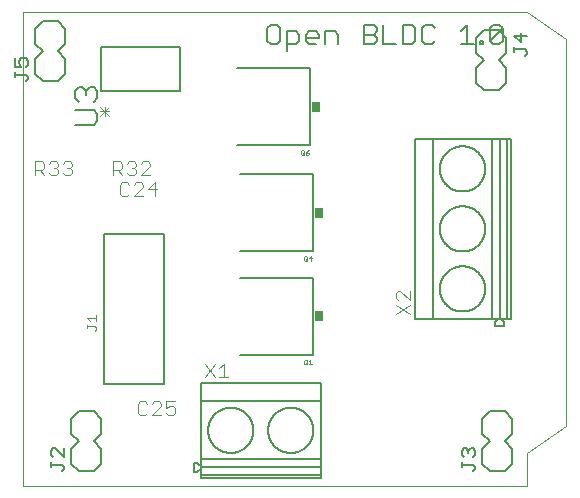
<source format=gto>
G75*
%MOIN*%
%OFA0B0*%
%FSLAX25Y25*%
%IPPOS*%
%LPD*%
%AMOC8*
5,1,8,0,0,1.08239X$1,22.5*
%
%ADD10C,0.00000*%
%ADD11C,0.00600*%
%ADD12C,0.00800*%
%ADD13C,0.00100*%
%ADD14R,0.03000X0.03400*%
%ADD15C,0.00400*%
%ADD16C,0.00300*%
%ADD17C,0.00500*%
D10*
X0005867Y0006387D02*
X0005867Y0164387D01*
X0173867Y0164387D01*
X0186867Y0155387D01*
X0186867Y0026387D01*
X0173867Y0017387D01*
X0173867Y0006387D01*
X0005867Y0006387D01*
D11*
X0031667Y0138087D02*
X0058067Y0138087D01*
X0058067Y0152687D01*
X0031667Y0152687D01*
X0031667Y0138087D01*
X0087167Y0154755D02*
X0088234Y0153687D01*
X0090369Y0153687D01*
X0091437Y0154755D01*
X0091437Y0159025D01*
X0090369Y0160093D01*
X0088234Y0160093D01*
X0087167Y0159025D01*
X0087167Y0154755D01*
X0093612Y0153687D02*
X0096815Y0153687D01*
X0097882Y0154755D01*
X0097882Y0156890D01*
X0096815Y0157958D01*
X0093612Y0157958D01*
X0093612Y0151552D01*
X0100058Y0154755D02*
X0100058Y0156890D01*
X0101125Y0157958D01*
X0103260Y0157958D01*
X0104328Y0156890D01*
X0104328Y0155822D01*
X0100058Y0155822D01*
X0100058Y0154755D02*
X0101125Y0153687D01*
X0103260Y0153687D01*
X0106503Y0153687D02*
X0106503Y0157958D01*
X0109706Y0157958D01*
X0110773Y0156890D01*
X0110773Y0153687D01*
X0119394Y0153687D02*
X0122597Y0153687D01*
X0123664Y0154755D01*
X0123664Y0155822D01*
X0122597Y0156890D01*
X0119394Y0156890D01*
X0119394Y0153687D02*
X0119394Y0160093D01*
X0122597Y0160093D01*
X0123664Y0159025D01*
X0123664Y0157958D01*
X0122597Y0156890D01*
X0125840Y0160093D02*
X0125840Y0153687D01*
X0130110Y0153687D01*
X0132285Y0153687D02*
X0135488Y0153687D01*
X0136555Y0154755D01*
X0136555Y0159025D01*
X0135488Y0160093D01*
X0132285Y0160093D01*
X0132285Y0153687D01*
X0138731Y0154755D02*
X0138731Y0159025D01*
X0139798Y0160093D01*
X0141933Y0160093D01*
X0143001Y0159025D01*
X0143001Y0154755D02*
X0141933Y0153687D01*
X0139798Y0153687D01*
X0138731Y0154755D01*
X0151622Y0153687D02*
X0155892Y0153687D01*
X0153757Y0153687D02*
X0153757Y0160093D01*
X0151622Y0157958D01*
X0158067Y0154755D02*
X0159135Y0154755D01*
X0159135Y0153687D01*
X0158067Y0153687D01*
X0158067Y0154755D01*
X0161290Y0154755D02*
X0165560Y0159025D01*
X0165560Y0154755D01*
X0164493Y0153687D01*
X0162357Y0153687D01*
X0161290Y0154755D01*
X0161290Y0159025D01*
X0162357Y0160093D01*
X0164493Y0160093D01*
X0165560Y0159025D01*
D12*
X0164367Y0158387D02*
X0166867Y0155887D01*
X0166867Y0150887D01*
X0164367Y0148387D01*
X0166867Y0145887D01*
X0166867Y0140887D01*
X0164367Y0138387D01*
X0159367Y0138387D01*
X0156867Y0140887D01*
X0156867Y0145887D01*
X0159367Y0148387D01*
X0156867Y0150887D01*
X0156867Y0155887D01*
X0159367Y0158387D01*
X0164367Y0158387D01*
X0164638Y0122155D02*
X0161961Y0122155D01*
X0160022Y0122155D01*
X0144287Y0122155D01*
X0142385Y0122155D01*
X0136378Y0122155D01*
X0136378Y0062155D01*
X0142385Y0062155D01*
X0144287Y0062155D01*
X0160022Y0062155D01*
X0161961Y0062155D01*
X0161961Y0122155D01*
X0164638Y0122155D02*
X0167087Y0122155D01*
X0168268Y0122155D01*
X0168268Y0062155D01*
X0167087Y0062155D01*
X0167087Y0122155D01*
X0164638Y0122155D02*
X0164638Y0062155D01*
X0165422Y0062155D01*
X0167087Y0062155D01*
X0166012Y0060946D02*
X0165422Y0061648D01*
X0165422Y0062155D01*
X0164638Y0062155D02*
X0163792Y0062155D01*
X0161961Y0062155D01*
X0163201Y0060946D02*
X0163792Y0061648D01*
X0163792Y0062155D01*
X0163201Y0060946D02*
X0163201Y0059910D01*
X0166012Y0059910D01*
X0166012Y0060946D01*
X0144686Y0072155D02*
X0144688Y0072340D01*
X0144695Y0072525D01*
X0144706Y0072710D01*
X0144722Y0072894D01*
X0144743Y0073078D01*
X0144768Y0073261D01*
X0144797Y0073444D01*
X0144831Y0073626D01*
X0144869Y0073807D01*
X0144912Y0073987D01*
X0144959Y0074166D01*
X0145011Y0074343D01*
X0145067Y0074520D01*
X0145127Y0074695D01*
X0145191Y0074868D01*
X0145260Y0075040D01*
X0145333Y0075210D01*
X0145410Y0075378D01*
X0145491Y0075545D01*
X0145576Y0075709D01*
X0145665Y0075871D01*
X0145759Y0076031D01*
X0145856Y0076188D01*
X0145957Y0076343D01*
X0146061Y0076496D01*
X0146170Y0076646D01*
X0146282Y0076793D01*
X0146397Y0076938D01*
X0146516Y0077079D01*
X0146639Y0077218D01*
X0146765Y0077353D01*
X0146894Y0077486D01*
X0147027Y0077615D01*
X0147162Y0077741D01*
X0147301Y0077864D01*
X0147442Y0077983D01*
X0147587Y0078098D01*
X0147734Y0078210D01*
X0147884Y0078319D01*
X0148037Y0078423D01*
X0148192Y0078524D01*
X0148349Y0078621D01*
X0148509Y0078715D01*
X0148671Y0078804D01*
X0148835Y0078889D01*
X0149002Y0078970D01*
X0149170Y0079047D01*
X0149340Y0079120D01*
X0149512Y0079189D01*
X0149685Y0079253D01*
X0149860Y0079313D01*
X0150037Y0079369D01*
X0150214Y0079421D01*
X0150393Y0079468D01*
X0150573Y0079511D01*
X0150754Y0079549D01*
X0150936Y0079583D01*
X0151119Y0079612D01*
X0151302Y0079637D01*
X0151486Y0079658D01*
X0151670Y0079674D01*
X0151855Y0079685D01*
X0152040Y0079692D01*
X0152225Y0079694D01*
X0152410Y0079692D01*
X0152595Y0079685D01*
X0152780Y0079674D01*
X0152964Y0079658D01*
X0153148Y0079637D01*
X0153331Y0079612D01*
X0153514Y0079583D01*
X0153696Y0079549D01*
X0153877Y0079511D01*
X0154057Y0079468D01*
X0154236Y0079421D01*
X0154413Y0079369D01*
X0154590Y0079313D01*
X0154765Y0079253D01*
X0154938Y0079189D01*
X0155110Y0079120D01*
X0155280Y0079047D01*
X0155448Y0078970D01*
X0155615Y0078889D01*
X0155779Y0078804D01*
X0155941Y0078715D01*
X0156101Y0078621D01*
X0156258Y0078524D01*
X0156413Y0078423D01*
X0156566Y0078319D01*
X0156716Y0078210D01*
X0156863Y0078098D01*
X0157008Y0077983D01*
X0157149Y0077864D01*
X0157288Y0077741D01*
X0157423Y0077615D01*
X0157556Y0077486D01*
X0157685Y0077353D01*
X0157811Y0077218D01*
X0157934Y0077079D01*
X0158053Y0076938D01*
X0158168Y0076793D01*
X0158280Y0076646D01*
X0158389Y0076496D01*
X0158493Y0076343D01*
X0158594Y0076188D01*
X0158691Y0076031D01*
X0158785Y0075871D01*
X0158874Y0075709D01*
X0158959Y0075545D01*
X0159040Y0075378D01*
X0159117Y0075210D01*
X0159190Y0075040D01*
X0159259Y0074868D01*
X0159323Y0074695D01*
X0159383Y0074520D01*
X0159439Y0074343D01*
X0159491Y0074166D01*
X0159538Y0073987D01*
X0159581Y0073807D01*
X0159619Y0073626D01*
X0159653Y0073444D01*
X0159682Y0073261D01*
X0159707Y0073078D01*
X0159728Y0072894D01*
X0159744Y0072710D01*
X0159755Y0072525D01*
X0159762Y0072340D01*
X0159764Y0072155D01*
X0159762Y0071970D01*
X0159755Y0071785D01*
X0159744Y0071600D01*
X0159728Y0071416D01*
X0159707Y0071232D01*
X0159682Y0071049D01*
X0159653Y0070866D01*
X0159619Y0070684D01*
X0159581Y0070503D01*
X0159538Y0070323D01*
X0159491Y0070144D01*
X0159439Y0069967D01*
X0159383Y0069790D01*
X0159323Y0069615D01*
X0159259Y0069442D01*
X0159190Y0069270D01*
X0159117Y0069100D01*
X0159040Y0068932D01*
X0158959Y0068765D01*
X0158874Y0068601D01*
X0158785Y0068439D01*
X0158691Y0068279D01*
X0158594Y0068122D01*
X0158493Y0067967D01*
X0158389Y0067814D01*
X0158280Y0067664D01*
X0158168Y0067517D01*
X0158053Y0067372D01*
X0157934Y0067231D01*
X0157811Y0067092D01*
X0157685Y0066957D01*
X0157556Y0066824D01*
X0157423Y0066695D01*
X0157288Y0066569D01*
X0157149Y0066446D01*
X0157008Y0066327D01*
X0156863Y0066212D01*
X0156716Y0066100D01*
X0156566Y0065991D01*
X0156413Y0065887D01*
X0156258Y0065786D01*
X0156101Y0065689D01*
X0155941Y0065595D01*
X0155779Y0065506D01*
X0155615Y0065421D01*
X0155448Y0065340D01*
X0155280Y0065263D01*
X0155110Y0065190D01*
X0154938Y0065121D01*
X0154765Y0065057D01*
X0154590Y0064997D01*
X0154413Y0064941D01*
X0154236Y0064889D01*
X0154057Y0064842D01*
X0153877Y0064799D01*
X0153696Y0064761D01*
X0153514Y0064727D01*
X0153331Y0064698D01*
X0153148Y0064673D01*
X0152964Y0064652D01*
X0152780Y0064636D01*
X0152595Y0064625D01*
X0152410Y0064618D01*
X0152225Y0064616D01*
X0152040Y0064618D01*
X0151855Y0064625D01*
X0151670Y0064636D01*
X0151486Y0064652D01*
X0151302Y0064673D01*
X0151119Y0064698D01*
X0150936Y0064727D01*
X0150754Y0064761D01*
X0150573Y0064799D01*
X0150393Y0064842D01*
X0150214Y0064889D01*
X0150037Y0064941D01*
X0149860Y0064997D01*
X0149685Y0065057D01*
X0149512Y0065121D01*
X0149340Y0065190D01*
X0149170Y0065263D01*
X0149002Y0065340D01*
X0148835Y0065421D01*
X0148671Y0065506D01*
X0148509Y0065595D01*
X0148349Y0065689D01*
X0148192Y0065786D01*
X0148037Y0065887D01*
X0147884Y0065991D01*
X0147734Y0066100D01*
X0147587Y0066212D01*
X0147442Y0066327D01*
X0147301Y0066446D01*
X0147162Y0066569D01*
X0147027Y0066695D01*
X0146894Y0066824D01*
X0146765Y0066957D01*
X0146639Y0067092D01*
X0146516Y0067231D01*
X0146397Y0067372D01*
X0146282Y0067517D01*
X0146170Y0067664D01*
X0146061Y0067814D01*
X0145957Y0067967D01*
X0145856Y0068122D01*
X0145759Y0068279D01*
X0145665Y0068439D01*
X0145576Y0068601D01*
X0145491Y0068765D01*
X0145410Y0068932D01*
X0145333Y0069100D01*
X0145260Y0069270D01*
X0145191Y0069442D01*
X0145127Y0069615D01*
X0145067Y0069790D01*
X0145011Y0069967D01*
X0144959Y0070144D01*
X0144912Y0070323D01*
X0144869Y0070503D01*
X0144831Y0070684D01*
X0144797Y0070866D01*
X0144768Y0071049D01*
X0144743Y0071232D01*
X0144722Y0071416D01*
X0144706Y0071600D01*
X0144695Y0071785D01*
X0144688Y0071970D01*
X0144686Y0072155D01*
X0142385Y0062155D02*
X0142385Y0122155D01*
X0144686Y0112155D02*
X0144688Y0112340D01*
X0144695Y0112525D01*
X0144706Y0112710D01*
X0144722Y0112894D01*
X0144743Y0113078D01*
X0144768Y0113261D01*
X0144797Y0113444D01*
X0144831Y0113626D01*
X0144869Y0113807D01*
X0144912Y0113987D01*
X0144959Y0114166D01*
X0145011Y0114343D01*
X0145067Y0114520D01*
X0145127Y0114695D01*
X0145191Y0114868D01*
X0145260Y0115040D01*
X0145333Y0115210D01*
X0145410Y0115378D01*
X0145491Y0115545D01*
X0145576Y0115709D01*
X0145665Y0115871D01*
X0145759Y0116031D01*
X0145856Y0116188D01*
X0145957Y0116343D01*
X0146061Y0116496D01*
X0146170Y0116646D01*
X0146282Y0116793D01*
X0146397Y0116938D01*
X0146516Y0117079D01*
X0146639Y0117218D01*
X0146765Y0117353D01*
X0146894Y0117486D01*
X0147027Y0117615D01*
X0147162Y0117741D01*
X0147301Y0117864D01*
X0147442Y0117983D01*
X0147587Y0118098D01*
X0147734Y0118210D01*
X0147884Y0118319D01*
X0148037Y0118423D01*
X0148192Y0118524D01*
X0148349Y0118621D01*
X0148509Y0118715D01*
X0148671Y0118804D01*
X0148835Y0118889D01*
X0149002Y0118970D01*
X0149170Y0119047D01*
X0149340Y0119120D01*
X0149512Y0119189D01*
X0149685Y0119253D01*
X0149860Y0119313D01*
X0150037Y0119369D01*
X0150214Y0119421D01*
X0150393Y0119468D01*
X0150573Y0119511D01*
X0150754Y0119549D01*
X0150936Y0119583D01*
X0151119Y0119612D01*
X0151302Y0119637D01*
X0151486Y0119658D01*
X0151670Y0119674D01*
X0151855Y0119685D01*
X0152040Y0119692D01*
X0152225Y0119694D01*
X0152410Y0119692D01*
X0152595Y0119685D01*
X0152780Y0119674D01*
X0152964Y0119658D01*
X0153148Y0119637D01*
X0153331Y0119612D01*
X0153514Y0119583D01*
X0153696Y0119549D01*
X0153877Y0119511D01*
X0154057Y0119468D01*
X0154236Y0119421D01*
X0154413Y0119369D01*
X0154590Y0119313D01*
X0154765Y0119253D01*
X0154938Y0119189D01*
X0155110Y0119120D01*
X0155280Y0119047D01*
X0155448Y0118970D01*
X0155615Y0118889D01*
X0155779Y0118804D01*
X0155941Y0118715D01*
X0156101Y0118621D01*
X0156258Y0118524D01*
X0156413Y0118423D01*
X0156566Y0118319D01*
X0156716Y0118210D01*
X0156863Y0118098D01*
X0157008Y0117983D01*
X0157149Y0117864D01*
X0157288Y0117741D01*
X0157423Y0117615D01*
X0157556Y0117486D01*
X0157685Y0117353D01*
X0157811Y0117218D01*
X0157934Y0117079D01*
X0158053Y0116938D01*
X0158168Y0116793D01*
X0158280Y0116646D01*
X0158389Y0116496D01*
X0158493Y0116343D01*
X0158594Y0116188D01*
X0158691Y0116031D01*
X0158785Y0115871D01*
X0158874Y0115709D01*
X0158959Y0115545D01*
X0159040Y0115378D01*
X0159117Y0115210D01*
X0159190Y0115040D01*
X0159259Y0114868D01*
X0159323Y0114695D01*
X0159383Y0114520D01*
X0159439Y0114343D01*
X0159491Y0114166D01*
X0159538Y0113987D01*
X0159581Y0113807D01*
X0159619Y0113626D01*
X0159653Y0113444D01*
X0159682Y0113261D01*
X0159707Y0113078D01*
X0159728Y0112894D01*
X0159744Y0112710D01*
X0159755Y0112525D01*
X0159762Y0112340D01*
X0159764Y0112155D01*
X0159762Y0111970D01*
X0159755Y0111785D01*
X0159744Y0111600D01*
X0159728Y0111416D01*
X0159707Y0111232D01*
X0159682Y0111049D01*
X0159653Y0110866D01*
X0159619Y0110684D01*
X0159581Y0110503D01*
X0159538Y0110323D01*
X0159491Y0110144D01*
X0159439Y0109967D01*
X0159383Y0109790D01*
X0159323Y0109615D01*
X0159259Y0109442D01*
X0159190Y0109270D01*
X0159117Y0109100D01*
X0159040Y0108932D01*
X0158959Y0108765D01*
X0158874Y0108601D01*
X0158785Y0108439D01*
X0158691Y0108279D01*
X0158594Y0108122D01*
X0158493Y0107967D01*
X0158389Y0107814D01*
X0158280Y0107664D01*
X0158168Y0107517D01*
X0158053Y0107372D01*
X0157934Y0107231D01*
X0157811Y0107092D01*
X0157685Y0106957D01*
X0157556Y0106824D01*
X0157423Y0106695D01*
X0157288Y0106569D01*
X0157149Y0106446D01*
X0157008Y0106327D01*
X0156863Y0106212D01*
X0156716Y0106100D01*
X0156566Y0105991D01*
X0156413Y0105887D01*
X0156258Y0105786D01*
X0156101Y0105689D01*
X0155941Y0105595D01*
X0155779Y0105506D01*
X0155615Y0105421D01*
X0155448Y0105340D01*
X0155280Y0105263D01*
X0155110Y0105190D01*
X0154938Y0105121D01*
X0154765Y0105057D01*
X0154590Y0104997D01*
X0154413Y0104941D01*
X0154236Y0104889D01*
X0154057Y0104842D01*
X0153877Y0104799D01*
X0153696Y0104761D01*
X0153514Y0104727D01*
X0153331Y0104698D01*
X0153148Y0104673D01*
X0152964Y0104652D01*
X0152780Y0104636D01*
X0152595Y0104625D01*
X0152410Y0104618D01*
X0152225Y0104616D01*
X0152040Y0104618D01*
X0151855Y0104625D01*
X0151670Y0104636D01*
X0151486Y0104652D01*
X0151302Y0104673D01*
X0151119Y0104698D01*
X0150936Y0104727D01*
X0150754Y0104761D01*
X0150573Y0104799D01*
X0150393Y0104842D01*
X0150214Y0104889D01*
X0150037Y0104941D01*
X0149860Y0104997D01*
X0149685Y0105057D01*
X0149512Y0105121D01*
X0149340Y0105190D01*
X0149170Y0105263D01*
X0149002Y0105340D01*
X0148835Y0105421D01*
X0148671Y0105506D01*
X0148509Y0105595D01*
X0148349Y0105689D01*
X0148192Y0105786D01*
X0148037Y0105887D01*
X0147884Y0105991D01*
X0147734Y0106100D01*
X0147587Y0106212D01*
X0147442Y0106327D01*
X0147301Y0106446D01*
X0147162Y0106569D01*
X0147027Y0106695D01*
X0146894Y0106824D01*
X0146765Y0106957D01*
X0146639Y0107092D01*
X0146516Y0107231D01*
X0146397Y0107372D01*
X0146282Y0107517D01*
X0146170Y0107664D01*
X0146061Y0107814D01*
X0145957Y0107967D01*
X0145856Y0108122D01*
X0145759Y0108279D01*
X0145665Y0108439D01*
X0145576Y0108601D01*
X0145491Y0108765D01*
X0145410Y0108932D01*
X0145333Y0109100D01*
X0145260Y0109270D01*
X0145191Y0109442D01*
X0145127Y0109615D01*
X0145067Y0109790D01*
X0145011Y0109967D01*
X0144959Y0110144D01*
X0144912Y0110323D01*
X0144869Y0110503D01*
X0144831Y0110684D01*
X0144797Y0110866D01*
X0144768Y0111049D01*
X0144743Y0111232D01*
X0144722Y0111416D01*
X0144706Y0111600D01*
X0144695Y0111785D01*
X0144688Y0111970D01*
X0144686Y0112155D01*
X0144686Y0092155D02*
X0144688Y0092340D01*
X0144695Y0092525D01*
X0144706Y0092710D01*
X0144722Y0092894D01*
X0144743Y0093078D01*
X0144768Y0093261D01*
X0144797Y0093444D01*
X0144831Y0093626D01*
X0144869Y0093807D01*
X0144912Y0093987D01*
X0144959Y0094166D01*
X0145011Y0094343D01*
X0145067Y0094520D01*
X0145127Y0094695D01*
X0145191Y0094868D01*
X0145260Y0095040D01*
X0145333Y0095210D01*
X0145410Y0095378D01*
X0145491Y0095545D01*
X0145576Y0095709D01*
X0145665Y0095871D01*
X0145759Y0096031D01*
X0145856Y0096188D01*
X0145957Y0096343D01*
X0146061Y0096496D01*
X0146170Y0096646D01*
X0146282Y0096793D01*
X0146397Y0096938D01*
X0146516Y0097079D01*
X0146639Y0097218D01*
X0146765Y0097353D01*
X0146894Y0097486D01*
X0147027Y0097615D01*
X0147162Y0097741D01*
X0147301Y0097864D01*
X0147442Y0097983D01*
X0147587Y0098098D01*
X0147734Y0098210D01*
X0147884Y0098319D01*
X0148037Y0098423D01*
X0148192Y0098524D01*
X0148349Y0098621D01*
X0148509Y0098715D01*
X0148671Y0098804D01*
X0148835Y0098889D01*
X0149002Y0098970D01*
X0149170Y0099047D01*
X0149340Y0099120D01*
X0149512Y0099189D01*
X0149685Y0099253D01*
X0149860Y0099313D01*
X0150037Y0099369D01*
X0150214Y0099421D01*
X0150393Y0099468D01*
X0150573Y0099511D01*
X0150754Y0099549D01*
X0150936Y0099583D01*
X0151119Y0099612D01*
X0151302Y0099637D01*
X0151486Y0099658D01*
X0151670Y0099674D01*
X0151855Y0099685D01*
X0152040Y0099692D01*
X0152225Y0099694D01*
X0152410Y0099692D01*
X0152595Y0099685D01*
X0152780Y0099674D01*
X0152964Y0099658D01*
X0153148Y0099637D01*
X0153331Y0099612D01*
X0153514Y0099583D01*
X0153696Y0099549D01*
X0153877Y0099511D01*
X0154057Y0099468D01*
X0154236Y0099421D01*
X0154413Y0099369D01*
X0154590Y0099313D01*
X0154765Y0099253D01*
X0154938Y0099189D01*
X0155110Y0099120D01*
X0155280Y0099047D01*
X0155448Y0098970D01*
X0155615Y0098889D01*
X0155779Y0098804D01*
X0155941Y0098715D01*
X0156101Y0098621D01*
X0156258Y0098524D01*
X0156413Y0098423D01*
X0156566Y0098319D01*
X0156716Y0098210D01*
X0156863Y0098098D01*
X0157008Y0097983D01*
X0157149Y0097864D01*
X0157288Y0097741D01*
X0157423Y0097615D01*
X0157556Y0097486D01*
X0157685Y0097353D01*
X0157811Y0097218D01*
X0157934Y0097079D01*
X0158053Y0096938D01*
X0158168Y0096793D01*
X0158280Y0096646D01*
X0158389Y0096496D01*
X0158493Y0096343D01*
X0158594Y0096188D01*
X0158691Y0096031D01*
X0158785Y0095871D01*
X0158874Y0095709D01*
X0158959Y0095545D01*
X0159040Y0095378D01*
X0159117Y0095210D01*
X0159190Y0095040D01*
X0159259Y0094868D01*
X0159323Y0094695D01*
X0159383Y0094520D01*
X0159439Y0094343D01*
X0159491Y0094166D01*
X0159538Y0093987D01*
X0159581Y0093807D01*
X0159619Y0093626D01*
X0159653Y0093444D01*
X0159682Y0093261D01*
X0159707Y0093078D01*
X0159728Y0092894D01*
X0159744Y0092710D01*
X0159755Y0092525D01*
X0159762Y0092340D01*
X0159764Y0092155D01*
X0159762Y0091970D01*
X0159755Y0091785D01*
X0159744Y0091600D01*
X0159728Y0091416D01*
X0159707Y0091232D01*
X0159682Y0091049D01*
X0159653Y0090866D01*
X0159619Y0090684D01*
X0159581Y0090503D01*
X0159538Y0090323D01*
X0159491Y0090144D01*
X0159439Y0089967D01*
X0159383Y0089790D01*
X0159323Y0089615D01*
X0159259Y0089442D01*
X0159190Y0089270D01*
X0159117Y0089100D01*
X0159040Y0088932D01*
X0158959Y0088765D01*
X0158874Y0088601D01*
X0158785Y0088439D01*
X0158691Y0088279D01*
X0158594Y0088122D01*
X0158493Y0087967D01*
X0158389Y0087814D01*
X0158280Y0087664D01*
X0158168Y0087517D01*
X0158053Y0087372D01*
X0157934Y0087231D01*
X0157811Y0087092D01*
X0157685Y0086957D01*
X0157556Y0086824D01*
X0157423Y0086695D01*
X0157288Y0086569D01*
X0157149Y0086446D01*
X0157008Y0086327D01*
X0156863Y0086212D01*
X0156716Y0086100D01*
X0156566Y0085991D01*
X0156413Y0085887D01*
X0156258Y0085786D01*
X0156101Y0085689D01*
X0155941Y0085595D01*
X0155779Y0085506D01*
X0155615Y0085421D01*
X0155448Y0085340D01*
X0155280Y0085263D01*
X0155110Y0085190D01*
X0154938Y0085121D01*
X0154765Y0085057D01*
X0154590Y0084997D01*
X0154413Y0084941D01*
X0154236Y0084889D01*
X0154057Y0084842D01*
X0153877Y0084799D01*
X0153696Y0084761D01*
X0153514Y0084727D01*
X0153331Y0084698D01*
X0153148Y0084673D01*
X0152964Y0084652D01*
X0152780Y0084636D01*
X0152595Y0084625D01*
X0152410Y0084618D01*
X0152225Y0084616D01*
X0152040Y0084618D01*
X0151855Y0084625D01*
X0151670Y0084636D01*
X0151486Y0084652D01*
X0151302Y0084673D01*
X0151119Y0084698D01*
X0150936Y0084727D01*
X0150754Y0084761D01*
X0150573Y0084799D01*
X0150393Y0084842D01*
X0150214Y0084889D01*
X0150037Y0084941D01*
X0149860Y0084997D01*
X0149685Y0085057D01*
X0149512Y0085121D01*
X0149340Y0085190D01*
X0149170Y0085263D01*
X0149002Y0085340D01*
X0148835Y0085421D01*
X0148671Y0085506D01*
X0148509Y0085595D01*
X0148349Y0085689D01*
X0148192Y0085786D01*
X0148037Y0085887D01*
X0147884Y0085991D01*
X0147734Y0086100D01*
X0147587Y0086212D01*
X0147442Y0086327D01*
X0147301Y0086446D01*
X0147162Y0086569D01*
X0147027Y0086695D01*
X0146894Y0086824D01*
X0146765Y0086957D01*
X0146639Y0087092D01*
X0146516Y0087231D01*
X0146397Y0087372D01*
X0146282Y0087517D01*
X0146170Y0087664D01*
X0146061Y0087814D01*
X0145957Y0087967D01*
X0145856Y0088122D01*
X0145759Y0088279D01*
X0145665Y0088439D01*
X0145576Y0088601D01*
X0145491Y0088765D01*
X0145410Y0088932D01*
X0145333Y0089100D01*
X0145260Y0089270D01*
X0145191Y0089442D01*
X0145127Y0089615D01*
X0145067Y0089790D01*
X0145011Y0089967D01*
X0144959Y0090144D01*
X0144912Y0090323D01*
X0144869Y0090503D01*
X0144831Y0090684D01*
X0144797Y0090866D01*
X0144768Y0091049D01*
X0144743Y0091232D01*
X0144722Y0091416D01*
X0144706Y0091600D01*
X0144695Y0091785D01*
X0144688Y0091970D01*
X0144686Y0092155D01*
X0102438Y0084698D02*
X0078050Y0084700D01*
X0078129Y0075925D02*
X0102516Y0075927D01*
X0102516Y0050123D01*
X0078129Y0050125D01*
X0064965Y0040875D02*
X0064965Y0034869D01*
X0064965Y0032967D01*
X0064965Y0017232D01*
X0064965Y0015293D01*
X0104965Y0015293D01*
X0104965Y0012616D01*
X0104965Y0010167D01*
X0104965Y0008986D01*
X0064965Y0008986D01*
X0064965Y0010167D01*
X0104965Y0010167D01*
X0104965Y0012616D02*
X0064965Y0012616D01*
X0064965Y0011832D01*
X0064965Y0010167D01*
X0063756Y0011242D02*
X0064458Y0011832D01*
X0064965Y0011832D01*
X0064965Y0012616D02*
X0064965Y0013462D01*
X0064965Y0015293D01*
X0063756Y0014053D02*
X0064458Y0013462D01*
X0064965Y0013462D01*
X0063756Y0014053D02*
X0062721Y0014053D01*
X0062721Y0011242D01*
X0063756Y0011242D01*
X0067426Y0025029D02*
X0067428Y0025214D01*
X0067435Y0025399D01*
X0067446Y0025584D01*
X0067462Y0025768D01*
X0067483Y0025952D01*
X0067508Y0026135D01*
X0067537Y0026318D01*
X0067571Y0026500D01*
X0067609Y0026681D01*
X0067652Y0026861D01*
X0067699Y0027040D01*
X0067751Y0027217D01*
X0067807Y0027394D01*
X0067867Y0027569D01*
X0067931Y0027742D01*
X0068000Y0027914D01*
X0068073Y0028084D01*
X0068150Y0028252D01*
X0068231Y0028419D01*
X0068316Y0028583D01*
X0068405Y0028745D01*
X0068499Y0028905D01*
X0068596Y0029062D01*
X0068697Y0029217D01*
X0068801Y0029370D01*
X0068910Y0029520D01*
X0069022Y0029667D01*
X0069137Y0029812D01*
X0069256Y0029953D01*
X0069379Y0030092D01*
X0069505Y0030227D01*
X0069634Y0030360D01*
X0069767Y0030489D01*
X0069902Y0030615D01*
X0070041Y0030738D01*
X0070182Y0030857D01*
X0070327Y0030972D01*
X0070474Y0031084D01*
X0070624Y0031193D01*
X0070777Y0031297D01*
X0070932Y0031398D01*
X0071089Y0031495D01*
X0071249Y0031589D01*
X0071411Y0031678D01*
X0071575Y0031763D01*
X0071742Y0031844D01*
X0071910Y0031921D01*
X0072080Y0031994D01*
X0072252Y0032063D01*
X0072425Y0032127D01*
X0072600Y0032187D01*
X0072777Y0032243D01*
X0072954Y0032295D01*
X0073133Y0032342D01*
X0073313Y0032385D01*
X0073494Y0032423D01*
X0073676Y0032457D01*
X0073859Y0032486D01*
X0074042Y0032511D01*
X0074226Y0032532D01*
X0074410Y0032548D01*
X0074595Y0032559D01*
X0074780Y0032566D01*
X0074965Y0032568D01*
X0075150Y0032566D01*
X0075335Y0032559D01*
X0075520Y0032548D01*
X0075704Y0032532D01*
X0075888Y0032511D01*
X0076071Y0032486D01*
X0076254Y0032457D01*
X0076436Y0032423D01*
X0076617Y0032385D01*
X0076797Y0032342D01*
X0076976Y0032295D01*
X0077153Y0032243D01*
X0077330Y0032187D01*
X0077505Y0032127D01*
X0077678Y0032063D01*
X0077850Y0031994D01*
X0078020Y0031921D01*
X0078188Y0031844D01*
X0078355Y0031763D01*
X0078519Y0031678D01*
X0078681Y0031589D01*
X0078841Y0031495D01*
X0078998Y0031398D01*
X0079153Y0031297D01*
X0079306Y0031193D01*
X0079456Y0031084D01*
X0079603Y0030972D01*
X0079748Y0030857D01*
X0079889Y0030738D01*
X0080028Y0030615D01*
X0080163Y0030489D01*
X0080296Y0030360D01*
X0080425Y0030227D01*
X0080551Y0030092D01*
X0080674Y0029953D01*
X0080793Y0029812D01*
X0080908Y0029667D01*
X0081020Y0029520D01*
X0081129Y0029370D01*
X0081233Y0029217D01*
X0081334Y0029062D01*
X0081431Y0028905D01*
X0081525Y0028745D01*
X0081614Y0028583D01*
X0081699Y0028419D01*
X0081780Y0028252D01*
X0081857Y0028084D01*
X0081930Y0027914D01*
X0081999Y0027742D01*
X0082063Y0027569D01*
X0082123Y0027394D01*
X0082179Y0027217D01*
X0082231Y0027040D01*
X0082278Y0026861D01*
X0082321Y0026681D01*
X0082359Y0026500D01*
X0082393Y0026318D01*
X0082422Y0026135D01*
X0082447Y0025952D01*
X0082468Y0025768D01*
X0082484Y0025584D01*
X0082495Y0025399D01*
X0082502Y0025214D01*
X0082504Y0025029D01*
X0082502Y0024844D01*
X0082495Y0024659D01*
X0082484Y0024474D01*
X0082468Y0024290D01*
X0082447Y0024106D01*
X0082422Y0023923D01*
X0082393Y0023740D01*
X0082359Y0023558D01*
X0082321Y0023377D01*
X0082278Y0023197D01*
X0082231Y0023018D01*
X0082179Y0022841D01*
X0082123Y0022664D01*
X0082063Y0022489D01*
X0081999Y0022316D01*
X0081930Y0022144D01*
X0081857Y0021974D01*
X0081780Y0021806D01*
X0081699Y0021639D01*
X0081614Y0021475D01*
X0081525Y0021313D01*
X0081431Y0021153D01*
X0081334Y0020996D01*
X0081233Y0020841D01*
X0081129Y0020688D01*
X0081020Y0020538D01*
X0080908Y0020391D01*
X0080793Y0020246D01*
X0080674Y0020105D01*
X0080551Y0019966D01*
X0080425Y0019831D01*
X0080296Y0019698D01*
X0080163Y0019569D01*
X0080028Y0019443D01*
X0079889Y0019320D01*
X0079748Y0019201D01*
X0079603Y0019086D01*
X0079456Y0018974D01*
X0079306Y0018865D01*
X0079153Y0018761D01*
X0078998Y0018660D01*
X0078841Y0018563D01*
X0078681Y0018469D01*
X0078519Y0018380D01*
X0078355Y0018295D01*
X0078188Y0018214D01*
X0078020Y0018137D01*
X0077850Y0018064D01*
X0077678Y0017995D01*
X0077505Y0017931D01*
X0077330Y0017871D01*
X0077153Y0017815D01*
X0076976Y0017763D01*
X0076797Y0017716D01*
X0076617Y0017673D01*
X0076436Y0017635D01*
X0076254Y0017601D01*
X0076071Y0017572D01*
X0075888Y0017547D01*
X0075704Y0017526D01*
X0075520Y0017510D01*
X0075335Y0017499D01*
X0075150Y0017492D01*
X0074965Y0017490D01*
X0074780Y0017492D01*
X0074595Y0017499D01*
X0074410Y0017510D01*
X0074226Y0017526D01*
X0074042Y0017547D01*
X0073859Y0017572D01*
X0073676Y0017601D01*
X0073494Y0017635D01*
X0073313Y0017673D01*
X0073133Y0017716D01*
X0072954Y0017763D01*
X0072777Y0017815D01*
X0072600Y0017871D01*
X0072425Y0017931D01*
X0072252Y0017995D01*
X0072080Y0018064D01*
X0071910Y0018137D01*
X0071742Y0018214D01*
X0071575Y0018295D01*
X0071411Y0018380D01*
X0071249Y0018469D01*
X0071089Y0018563D01*
X0070932Y0018660D01*
X0070777Y0018761D01*
X0070624Y0018865D01*
X0070474Y0018974D01*
X0070327Y0019086D01*
X0070182Y0019201D01*
X0070041Y0019320D01*
X0069902Y0019443D01*
X0069767Y0019569D01*
X0069634Y0019698D01*
X0069505Y0019831D01*
X0069379Y0019966D01*
X0069256Y0020105D01*
X0069137Y0020246D01*
X0069022Y0020391D01*
X0068910Y0020538D01*
X0068801Y0020688D01*
X0068697Y0020841D01*
X0068596Y0020996D01*
X0068499Y0021153D01*
X0068405Y0021313D01*
X0068316Y0021475D01*
X0068231Y0021639D01*
X0068150Y0021806D01*
X0068073Y0021974D01*
X0068000Y0022144D01*
X0067931Y0022316D01*
X0067867Y0022489D01*
X0067807Y0022664D01*
X0067751Y0022841D01*
X0067699Y0023018D01*
X0067652Y0023197D01*
X0067609Y0023377D01*
X0067571Y0023558D01*
X0067537Y0023740D01*
X0067508Y0023923D01*
X0067483Y0024106D01*
X0067462Y0024290D01*
X0067446Y0024474D01*
X0067435Y0024659D01*
X0067428Y0024844D01*
X0067426Y0025029D01*
X0064965Y0034869D02*
X0104965Y0034869D01*
X0104965Y0040875D01*
X0064965Y0040875D01*
X0087426Y0025029D02*
X0087428Y0025214D01*
X0087435Y0025399D01*
X0087446Y0025584D01*
X0087462Y0025768D01*
X0087483Y0025952D01*
X0087508Y0026135D01*
X0087537Y0026318D01*
X0087571Y0026500D01*
X0087609Y0026681D01*
X0087652Y0026861D01*
X0087699Y0027040D01*
X0087751Y0027217D01*
X0087807Y0027394D01*
X0087867Y0027569D01*
X0087931Y0027742D01*
X0088000Y0027914D01*
X0088073Y0028084D01*
X0088150Y0028252D01*
X0088231Y0028419D01*
X0088316Y0028583D01*
X0088405Y0028745D01*
X0088499Y0028905D01*
X0088596Y0029062D01*
X0088697Y0029217D01*
X0088801Y0029370D01*
X0088910Y0029520D01*
X0089022Y0029667D01*
X0089137Y0029812D01*
X0089256Y0029953D01*
X0089379Y0030092D01*
X0089505Y0030227D01*
X0089634Y0030360D01*
X0089767Y0030489D01*
X0089902Y0030615D01*
X0090041Y0030738D01*
X0090182Y0030857D01*
X0090327Y0030972D01*
X0090474Y0031084D01*
X0090624Y0031193D01*
X0090777Y0031297D01*
X0090932Y0031398D01*
X0091089Y0031495D01*
X0091249Y0031589D01*
X0091411Y0031678D01*
X0091575Y0031763D01*
X0091742Y0031844D01*
X0091910Y0031921D01*
X0092080Y0031994D01*
X0092252Y0032063D01*
X0092425Y0032127D01*
X0092600Y0032187D01*
X0092777Y0032243D01*
X0092954Y0032295D01*
X0093133Y0032342D01*
X0093313Y0032385D01*
X0093494Y0032423D01*
X0093676Y0032457D01*
X0093859Y0032486D01*
X0094042Y0032511D01*
X0094226Y0032532D01*
X0094410Y0032548D01*
X0094595Y0032559D01*
X0094780Y0032566D01*
X0094965Y0032568D01*
X0095150Y0032566D01*
X0095335Y0032559D01*
X0095520Y0032548D01*
X0095704Y0032532D01*
X0095888Y0032511D01*
X0096071Y0032486D01*
X0096254Y0032457D01*
X0096436Y0032423D01*
X0096617Y0032385D01*
X0096797Y0032342D01*
X0096976Y0032295D01*
X0097153Y0032243D01*
X0097330Y0032187D01*
X0097505Y0032127D01*
X0097678Y0032063D01*
X0097850Y0031994D01*
X0098020Y0031921D01*
X0098188Y0031844D01*
X0098355Y0031763D01*
X0098519Y0031678D01*
X0098681Y0031589D01*
X0098841Y0031495D01*
X0098998Y0031398D01*
X0099153Y0031297D01*
X0099306Y0031193D01*
X0099456Y0031084D01*
X0099603Y0030972D01*
X0099748Y0030857D01*
X0099889Y0030738D01*
X0100028Y0030615D01*
X0100163Y0030489D01*
X0100296Y0030360D01*
X0100425Y0030227D01*
X0100551Y0030092D01*
X0100674Y0029953D01*
X0100793Y0029812D01*
X0100908Y0029667D01*
X0101020Y0029520D01*
X0101129Y0029370D01*
X0101233Y0029217D01*
X0101334Y0029062D01*
X0101431Y0028905D01*
X0101525Y0028745D01*
X0101614Y0028583D01*
X0101699Y0028419D01*
X0101780Y0028252D01*
X0101857Y0028084D01*
X0101930Y0027914D01*
X0101999Y0027742D01*
X0102063Y0027569D01*
X0102123Y0027394D01*
X0102179Y0027217D01*
X0102231Y0027040D01*
X0102278Y0026861D01*
X0102321Y0026681D01*
X0102359Y0026500D01*
X0102393Y0026318D01*
X0102422Y0026135D01*
X0102447Y0025952D01*
X0102468Y0025768D01*
X0102484Y0025584D01*
X0102495Y0025399D01*
X0102502Y0025214D01*
X0102504Y0025029D01*
X0102502Y0024844D01*
X0102495Y0024659D01*
X0102484Y0024474D01*
X0102468Y0024290D01*
X0102447Y0024106D01*
X0102422Y0023923D01*
X0102393Y0023740D01*
X0102359Y0023558D01*
X0102321Y0023377D01*
X0102278Y0023197D01*
X0102231Y0023018D01*
X0102179Y0022841D01*
X0102123Y0022664D01*
X0102063Y0022489D01*
X0101999Y0022316D01*
X0101930Y0022144D01*
X0101857Y0021974D01*
X0101780Y0021806D01*
X0101699Y0021639D01*
X0101614Y0021475D01*
X0101525Y0021313D01*
X0101431Y0021153D01*
X0101334Y0020996D01*
X0101233Y0020841D01*
X0101129Y0020688D01*
X0101020Y0020538D01*
X0100908Y0020391D01*
X0100793Y0020246D01*
X0100674Y0020105D01*
X0100551Y0019966D01*
X0100425Y0019831D01*
X0100296Y0019698D01*
X0100163Y0019569D01*
X0100028Y0019443D01*
X0099889Y0019320D01*
X0099748Y0019201D01*
X0099603Y0019086D01*
X0099456Y0018974D01*
X0099306Y0018865D01*
X0099153Y0018761D01*
X0098998Y0018660D01*
X0098841Y0018563D01*
X0098681Y0018469D01*
X0098519Y0018380D01*
X0098355Y0018295D01*
X0098188Y0018214D01*
X0098020Y0018137D01*
X0097850Y0018064D01*
X0097678Y0017995D01*
X0097505Y0017931D01*
X0097330Y0017871D01*
X0097153Y0017815D01*
X0096976Y0017763D01*
X0096797Y0017716D01*
X0096617Y0017673D01*
X0096436Y0017635D01*
X0096254Y0017601D01*
X0096071Y0017572D01*
X0095888Y0017547D01*
X0095704Y0017526D01*
X0095520Y0017510D01*
X0095335Y0017499D01*
X0095150Y0017492D01*
X0094965Y0017490D01*
X0094780Y0017492D01*
X0094595Y0017499D01*
X0094410Y0017510D01*
X0094226Y0017526D01*
X0094042Y0017547D01*
X0093859Y0017572D01*
X0093676Y0017601D01*
X0093494Y0017635D01*
X0093313Y0017673D01*
X0093133Y0017716D01*
X0092954Y0017763D01*
X0092777Y0017815D01*
X0092600Y0017871D01*
X0092425Y0017931D01*
X0092252Y0017995D01*
X0092080Y0018064D01*
X0091910Y0018137D01*
X0091742Y0018214D01*
X0091575Y0018295D01*
X0091411Y0018380D01*
X0091249Y0018469D01*
X0091089Y0018563D01*
X0090932Y0018660D01*
X0090777Y0018761D01*
X0090624Y0018865D01*
X0090474Y0018974D01*
X0090327Y0019086D01*
X0090182Y0019201D01*
X0090041Y0019320D01*
X0089902Y0019443D01*
X0089767Y0019569D01*
X0089634Y0019698D01*
X0089505Y0019831D01*
X0089379Y0019966D01*
X0089256Y0020105D01*
X0089137Y0020246D01*
X0089022Y0020391D01*
X0088910Y0020538D01*
X0088801Y0020688D01*
X0088697Y0020841D01*
X0088596Y0020996D01*
X0088499Y0021153D01*
X0088405Y0021313D01*
X0088316Y0021475D01*
X0088231Y0021639D01*
X0088150Y0021806D01*
X0088073Y0021974D01*
X0088000Y0022144D01*
X0087931Y0022316D01*
X0087867Y0022489D01*
X0087807Y0022664D01*
X0087751Y0022841D01*
X0087699Y0023018D01*
X0087652Y0023197D01*
X0087609Y0023377D01*
X0087571Y0023558D01*
X0087537Y0023740D01*
X0087508Y0023923D01*
X0087483Y0024106D01*
X0087462Y0024290D01*
X0087446Y0024474D01*
X0087435Y0024659D01*
X0087428Y0024844D01*
X0087426Y0025029D01*
X0104965Y0017232D02*
X0104965Y0015293D01*
X0104965Y0017232D02*
X0104965Y0032967D01*
X0104965Y0034869D01*
X0102438Y0084698D02*
X0102438Y0110501D01*
X0078050Y0110500D01*
X0077050Y0119944D02*
X0101438Y0119942D01*
X0101438Y0145745D01*
X0077050Y0145744D01*
X0030467Y0138141D02*
X0030467Y0135672D01*
X0029232Y0134438D01*
X0029232Y0131825D02*
X0023060Y0131825D01*
X0024295Y0134438D02*
X0023060Y0135672D01*
X0023060Y0138141D01*
X0024295Y0139375D01*
X0025529Y0139375D01*
X0026763Y0138141D01*
X0027998Y0139375D01*
X0029232Y0139375D01*
X0030467Y0138141D01*
X0026763Y0138141D02*
X0026763Y0136906D01*
X0029232Y0131825D02*
X0030467Y0130590D01*
X0030467Y0128122D01*
X0029232Y0126887D01*
X0023060Y0126887D01*
X0017367Y0141387D02*
X0012367Y0141387D01*
X0009867Y0143887D01*
X0009867Y0148887D01*
X0012367Y0151387D01*
X0009867Y0153887D01*
X0009867Y0158887D01*
X0012367Y0161387D01*
X0017367Y0161387D01*
X0019867Y0158887D01*
X0019867Y0153887D01*
X0017367Y0151387D01*
X0019867Y0148887D01*
X0019867Y0143887D01*
X0017367Y0141387D01*
X0024367Y0031387D02*
X0029367Y0031387D01*
X0031867Y0028887D01*
X0031867Y0023887D01*
X0029367Y0021387D01*
X0031867Y0018887D01*
X0031867Y0013887D01*
X0029367Y0011387D01*
X0024367Y0011387D01*
X0021867Y0013887D01*
X0021867Y0018887D01*
X0024367Y0021387D01*
X0021867Y0023887D01*
X0021867Y0028887D01*
X0024367Y0031387D01*
X0158867Y0028887D02*
X0158867Y0023887D01*
X0161367Y0021387D01*
X0158867Y0018887D01*
X0158867Y0013887D01*
X0161367Y0011387D01*
X0166367Y0011387D01*
X0168867Y0013887D01*
X0168867Y0018887D01*
X0166367Y0021387D01*
X0168867Y0023887D01*
X0168867Y0028887D01*
X0166367Y0031387D01*
X0161367Y0031387D01*
X0158867Y0028887D01*
D13*
X0101988Y0046975D02*
X0100987Y0046975D01*
X0100514Y0046975D02*
X0100014Y0047475D01*
X0100264Y0046975D02*
X0099764Y0046975D01*
X0099513Y0047225D01*
X0099513Y0048226D01*
X0099764Y0048476D01*
X0100264Y0048476D01*
X0100514Y0048226D01*
X0100514Y0047225D01*
X0100264Y0046975D01*
X0101487Y0046975D02*
X0101487Y0048476D01*
X0100987Y0047976D01*
X0100436Y0081550D02*
X0099935Y0082050D01*
X0100185Y0081550D02*
X0099685Y0081550D01*
X0099435Y0081800D01*
X0099435Y0082801D01*
X0099685Y0083051D01*
X0100185Y0083051D01*
X0100436Y0082801D01*
X0100436Y0081800D01*
X0100185Y0081550D01*
X0100908Y0082300D02*
X0101909Y0082300D01*
X0101659Y0081550D02*
X0101659Y0083051D01*
X0100908Y0082300D01*
X0100659Y0116794D02*
X0100909Y0117044D01*
X0100909Y0117294D01*
X0100659Y0117545D01*
X0099908Y0117545D01*
X0099908Y0117044D01*
X0100158Y0116794D01*
X0100659Y0116794D01*
X0099908Y0117545D02*
X0100408Y0118045D01*
X0100909Y0118295D01*
X0099436Y0118045D02*
X0099436Y0117044D01*
X0099185Y0116794D01*
X0098685Y0116794D01*
X0098435Y0117044D01*
X0098435Y0118045D01*
X0098685Y0118295D01*
X0099185Y0118295D01*
X0099436Y0118045D01*
X0098935Y0117294D02*
X0099436Y0116794D01*
D14*
X0103338Y0132844D03*
X0104338Y0097600D03*
X0104416Y0063025D03*
D15*
X0130019Y0063732D02*
X0134623Y0066802D01*
X0134623Y0068336D02*
X0131554Y0071406D01*
X0130787Y0071406D01*
X0130019Y0070638D01*
X0130019Y0069104D01*
X0130787Y0068336D01*
X0130019Y0066802D02*
X0134623Y0063732D01*
X0134623Y0068336D02*
X0134623Y0071406D01*
X0074216Y0042631D02*
X0071147Y0042631D01*
X0072681Y0042631D02*
X0072681Y0047234D01*
X0071147Y0045700D01*
X0069612Y0047234D02*
X0066543Y0042631D01*
X0069612Y0042631D02*
X0066543Y0047234D01*
X0056344Y0034691D02*
X0053275Y0034691D01*
X0053275Y0032389D01*
X0054809Y0033156D01*
X0055576Y0033156D01*
X0056344Y0032389D01*
X0056344Y0030855D01*
X0055576Y0030087D01*
X0054042Y0030087D01*
X0053275Y0030855D01*
X0051740Y0030087D02*
X0048671Y0030087D01*
X0051740Y0033156D01*
X0051740Y0033924D01*
X0050973Y0034691D01*
X0049438Y0034691D01*
X0048671Y0033924D01*
X0047136Y0033924D02*
X0046369Y0034691D01*
X0044834Y0034691D01*
X0044067Y0033924D01*
X0044067Y0030855D01*
X0044834Y0030087D01*
X0046369Y0030087D01*
X0047136Y0030855D01*
X0029650Y0058087D02*
X0030167Y0058604D01*
X0030167Y0059121D01*
X0029650Y0059639D01*
X0027064Y0059639D01*
X0027064Y0060156D02*
X0027064Y0059121D01*
X0028098Y0061310D02*
X0027064Y0062344D01*
X0030167Y0062344D01*
X0030167Y0061310D02*
X0030167Y0063378D01*
X0038834Y0103087D02*
X0040369Y0103087D01*
X0041136Y0103855D01*
X0042671Y0103087D02*
X0045740Y0106156D01*
X0045740Y0106924D01*
X0044973Y0107691D01*
X0043438Y0107691D01*
X0042671Y0106924D01*
X0041136Y0106924D02*
X0040369Y0107691D01*
X0038834Y0107691D01*
X0038067Y0106924D01*
X0038067Y0103855D01*
X0038834Y0103087D01*
X0042671Y0103087D02*
X0045740Y0103087D01*
X0047275Y0105389D02*
X0050344Y0105389D01*
X0049576Y0103087D02*
X0049576Y0107691D01*
X0047275Y0105389D01*
X0048032Y0110087D02*
X0044963Y0110087D01*
X0048032Y0113156D01*
X0048032Y0113924D01*
X0047265Y0114691D01*
X0045730Y0114691D01*
X0044963Y0113924D01*
X0043428Y0113924D02*
X0043428Y0113156D01*
X0042661Y0112389D01*
X0043428Y0111622D01*
X0043428Y0110855D01*
X0042661Y0110087D01*
X0041126Y0110087D01*
X0040359Y0110855D01*
X0038824Y0110087D02*
X0037289Y0111622D01*
X0038057Y0111622D02*
X0038824Y0112389D01*
X0038824Y0113924D01*
X0038057Y0114691D01*
X0035755Y0114691D01*
X0035755Y0110087D01*
X0035755Y0111622D02*
X0038057Y0111622D01*
X0040359Y0113924D02*
X0041126Y0114691D01*
X0042661Y0114691D01*
X0043428Y0113924D01*
X0042661Y0112389D02*
X0041893Y0112389D01*
X0022032Y0111622D02*
X0022032Y0110855D01*
X0021265Y0110087D01*
X0019730Y0110087D01*
X0018963Y0110855D01*
X0017428Y0110855D02*
X0016661Y0110087D01*
X0015126Y0110087D01*
X0014359Y0110855D01*
X0012824Y0110087D02*
X0011289Y0111622D01*
X0012057Y0111622D02*
X0009755Y0111622D01*
X0009755Y0110087D02*
X0009755Y0114691D01*
X0012057Y0114691D01*
X0012824Y0113924D01*
X0012824Y0112389D01*
X0012057Y0111622D01*
X0014359Y0113924D02*
X0015126Y0114691D01*
X0016661Y0114691D01*
X0017428Y0113924D01*
X0017428Y0113156D01*
X0016661Y0112389D01*
X0017428Y0111622D01*
X0017428Y0110855D01*
X0016661Y0112389D02*
X0015893Y0112389D01*
X0018963Y0113924D02*
X0019730Y0114691D01*
X0021265Y0114691D01*
X0022032Y0113924D01*
X0022032Y0113156D01*
X0021265Y0112389D01*
X0022032Y0111622D01*
X0021265Y0112389D02*
X0020497Y0112389D01*
D16*
X0031397Y0129737D02*
X0034533Y0132873D01*
X0034533Y0131305D02*
X0031397Y0131305D01*
X0031397Y0132873D02*
X0034533Y0129737D01*
X0032965Y0129737D02*
X0032965Y0132873D01*
D17*
X0007417Y0142088D02*
X0007417Y0142838D01*
X0006666Y0143589D01*
X0002913Y0143589D01*
X0002913Y0142838D02*
X0002913Y0144340D01*
X0002913Y0145941D02*
X0005165Y0145941D01*
X0004414Y0147442D01*
X0004414Y0148193D01*
X0005165Y0148944D01*
X0006666Y0148944D01*
X0007417Y0148193D01*
X0007417Y0146692D01*
X0006666Y0145941D01*
X0002913Y0145941D02*
X0002913Y0148944D01*
X0007417Y0142088D02*
X0006666Y0141337D01*
X0032867Y0090387D02*
X0032867Y0040387D01*
X0052867Y0040387D01*
X0052867Y0090387D01*
X0032867Y0090387D01*
X0019417Y0018944D02*
X0019417Y0015941D01*
X0016414Y0018944D01*
X0015663Y0018944D01*
X0014913Y0018193D01*
X0014913Y0016692D01*
X0015663Y0015941D01*
X0014913Y0014340D02*
X0014913Y0012838D01*
X0014913Y0013589D02*
X0018666Y0013589D01*
X0019417Y0012838D01*
X0019417Y0012088D01*
X0018666Y0011337D01*
X0151913Y0012838D02*
X0151913Y0014340D01*
X0151913Y0013589D02*
X0155666Y0013589D01*
X0156417Y0012838D01*
X0156417Y0012088D01*
X0155666Y0011337D01*
X0155666Y0015941D02*
X0156417Y0016692D01*
X0156417Y0018193D01*
X0155666Y0018944D01*
X0154915Y0018944D01*
X0154165Y0018193D01*
X0154165Y0017442D01*
X0154165Y0018193D02*
X0153414Y0018944D01*
X0152663Y0018944D01*
X0151913Y0018193D01*
X0151913Y0016692D01*
X0152663Y0015941D01*
X0173066Y0149729D02*
X0173817Y0150480D01*
X0173817Y0151231D01*
X0173066Y0151981D01*
X0169313Y0151981D01*
X0169313Y0151231D02*
X0169313Y0152732D01*
X0171565Y0154333D02*
X0169313Y0156585D01*
X0173817Y0156585D01*
X0171565Y0157336D02*
X0171565Y0154333D01*
M02*

</source>
